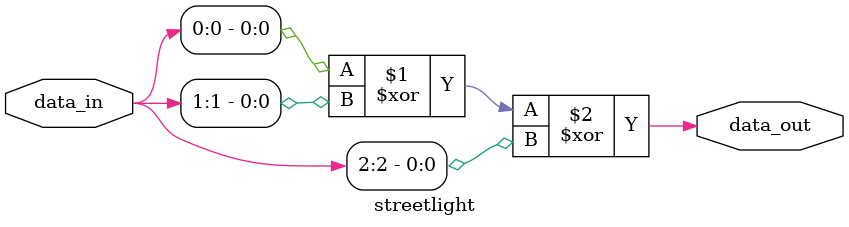
<source format=v>
`timescale 1ns / 1ps


module streetlight(
    data_in, data_out
    );
    input [2:0] data_in;
    output data_out;
    assign data_out = data_in[0]^data_in[1]^data_in[2];
endmodule

</source>
